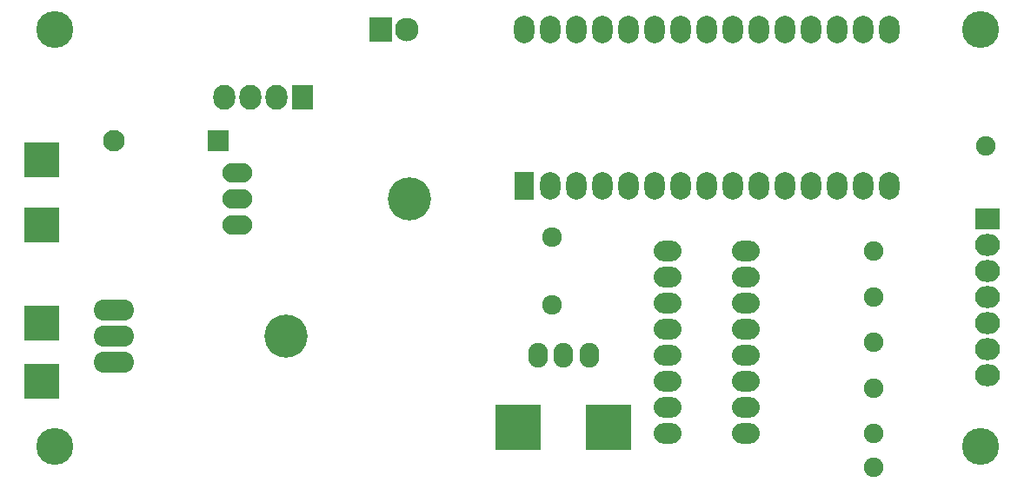
<source format=gbr>
G04 #@! TF.FileFunction,Soldermask,Bot*
%FSLAX46Y46*%
G04 Gerber Fmt 4.6, Leading zero omitted, Abs format (unit mm)*
G04 Created by KiCad (PCBNEW 4.0.4-stable) date 11/17/16 13:04:47*
%MOMM*%
%LPD*%
G01*
G04 APERTURE LIST*
%ADD10C,0.100000*%
%ADD11C,3.600000*%
%ADD12C,2.099260*%
%ADD13R,2.099260X2.099260*%
%ADD14R,2.300000X2.400000*%
%ADD15C,2.300000*%
%ADD16R,2.127200X2.432000*%
%ADD17O,2.127200X2.432000*%
%ADD18R,2.432000X2.127200*%
%ADD19O,2.432000X2.127200*%
%ADD20O,3.900120X2.099260*%
%ADD21C,4.199840*%
%ADD22O,1.924000X2.400000*%
%ADD23R,4.400000X4.400000*%
%ADD24O,2.899360X1.901140*%
%ADD25R,1.974800X2.686000*%
%ADD26O,1.974800X2.686000*%
%ADD27O,2.700000X2.000000*%
%ADD28C,1.924000*%
%ADD29R,3.400000X3.400000*%
%ADD30C,1.900000*%
G04 APERTURE END LIST*
D10*
D11*
X94615000Y3810000D03*
X4445000Y3810000D03*
X94615000Y44450000D03*
D12*
X10159480Y33652460D03*
D13*
X20319480Y33652460D03*
D14*
X36195000Y44450000D03*
D15*
X38735000Y44450000D03*
D16*
X28575000Y37846000D03*
D17*
X26035000Y37846000D03*
X23495000Y37846000D03*
X20955000Y37846000D03*
D18*
X95250000Y26035000D03*
D19*
X95250000Y23495000D03*
X95250000Y20955000D03*
X95250000Y18415000D03*
X95250000Y15875000D03*
X95250000Y13335000D03*
X95250000Y10795000D03*
D20*
X10160000Y14605000D03*
X10160000Y17145000D03*
X10160000Y12065000D03*
D21*
X26924000Y14605000D03*
D22*
X56475000Y12700000D03*
X53975000Y12700000D03*
X51475000Y12700000D03*
D23*
X49575000Y5700000D03*
X58375000Y5700000D03*
D24*
X22225000Y27940000D03*
X22225000Y30480000D03*
X22225000Y25400000D03*
D21*
X38989000Y27940000D03*
D25*
X50165000Y29210000D03*
D26*
X52705000Y29210000D03*
X55245000Y29210000D03*
X57785000Y29210000D03*
X60325000Y29210000D03*
X62865000Y29210000D03*
X65405000Y29210000D03*
X67945000Y29210000D03*
X70485000Y29210000D03*
X73025000Y29210000D03*
X75565000Y29210000D03*
X78105000Y29210000D03*
X80645000Y29210000D03*
X83185000Y29210000D03*
X85725000Y29210000D03*
X85725000Y44450000D03*
X83185000Y44450000D03*
X80645000Y44450000D03*
X78105000Y44450000D03*
X75565000Y44450000D03*
X73025000Y44450000D03*
X70485000Y44450000D03*
X67945000Y44450000D03*
X65405000Y44450000D03*
X62865000Y44450000D03*
X60325000Y44450000D03*
X57785000Y44450000D03*
X55245000Y44450000D03*
X52705000Y44450000D03*
X50165000Y44450000D03*
D27*
X64135000Y22860000D03*
X64135000Y20320000D03*
X64135000Y17780000D03*
X64135000Y15240000D03*
X64135000Y12700000D03*
X64135000Y10160000D03*
X64135000Y7620000D03*
X64135000Y5080000D03*
X71755000Y5080000D03*
X71755000Y7620000D03*
X71755000Y10160000D03*
X71755000Y12700000D03*
X71755000Y15240000D03*
X71755000Y17780000D03*
X71755000Y20320000D03*
X71755000Y22860000D03*
D28*
X52832000Y24255000D03*
X52832000Y17655000D03*
D29*
X3175000Y25400000D03*
X3175000Y31750000D03*
X3175000Y15875000D03*
X3175000Y10160000D03*
D11*
X4445000Y44450000D03*
D30*
X84201000Y1778000D03*
X84201000Y22860000D03*
X84201000Y18415000D03*
X84201000Y13970000D03*
X84201000Y9525000D03*
X84201000Y5080000D03*
X95123000Y33147000D03*
M02*

</source>
